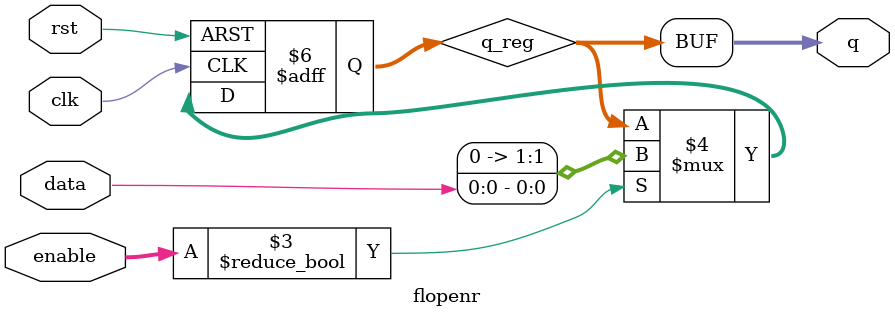
<source format=sv>
module flopenr #(parameter WIDTH = 2)(
	input 	logic 				clk,
	input 	logic 				rst,
	input 	logic  				data,
	input 	logic [WIDTH-1:0] enable,
	output 	logic [WIDTH-1:0] q
	);
	logic [WIDTH-1:0] q_reg;
	always_ff @(posedge clk or negedge rst) begin

		if (!rst) begin
			q_reg <= '0;
		end else if (enable) begin
			q_reg <= data;
		end
	end
	assign q = q_reg;

endmodule
</source>
